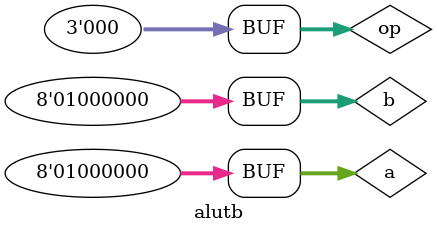
<source format=v>
`timescale 1ns / 1ps
module alutb(
    );

reg [7:0] a;
reg [7:0] b;
reg [2:0] op;
wire [7:0] z;
wire ov;
wire cout;
wire sign;


alu al (a, b, op, z, ov, sign, cout);

initial begin

	// ---- check opcode ---- //

	a = 8'b010;
	b = 8'b111;
	op = 3'b000; // "sum" opcode
	
	#100;
	
	if (z == 8'b1001) begin
		$display("Pass!");
	end else begin
		$display("Fail!");
	end
	
	op = 3'b001; // "a+1" opcode
	
	#100;
	
	if (z == 8'b011) begin
		$display("Pass!");
	end else begin
		$display("Fail!");
	end
	
	op = 3'b010; // "and" opcode
	
	#100;
	
	if (z == 8'b010) begin
		$display("Pass!");
	end else begin
		$display("Fail!");
	end
	
	op = 3'b011; // "or" opcode
	
	#100;
	
	if (z == 8'b111) begin
		$display("Pass!");
	end else begin
		$display("Fail!");
	end
	
	op = 3'b100; // "xor" opcode
	
	#100;
	
	if (z == 8'b101) begin
		$display("Pass!");
	end else begin
		$display("Fail!");
	end
	
	op = 3'b101; // "not a" opcode
	
	#100;
	
	if (z == 8'b11111101) begin
		$display("Pass!");
	end else begin
		$display("Fail!");
	end
	
	op = 3'b110; // "shift right" opcode
	
	#100;
	
	if (z == 8'b001) begin
		$display("Pass!");
	end else begin
		$display("Fail!");
	end
	
	op = 3'b111; // "shift left" opcode
	
	#100;
	
	if (z == 8'b100) begin
		$display("Pass!");
	end else begin
		$display("Fail!");
	end
	
	// ----- check 2's complement ----- //
	op = 3'b000; // sum opcode
	
	a = 8'b10100110; // -90
	b = 8'b01101111; // +111
						  // +21
	
	#100;
	
	if (z == 8'b10101) begin
		$display("Pass!");
	end else begin
		$display("Fail!");
	end
	
	
	// ----- check overflow ----- //
	op = 3'b000; // sum opcode
	
	a = 8'b01000000; // +127
	b = 8'b01000000; // +127
						  // -128
	
	#100;
	
	if (z == 8'b10000000) begin
		$display("Pass!");
	end else begin
		$display("Fail!");
	end
	
	
	
end

endmodule

</source>
